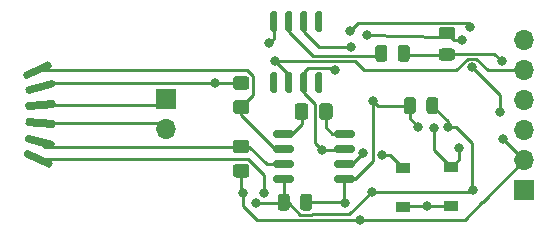
<source format=gbr>
G04 #@! TF.GenerationSoftware,KiCad,Pcbnew,(5.1.7)-1*
G04 #@! TF.CreationDate,2021-02-01T17:00:47-08:00*
G04 #@! TF.ProjectId,Conductivity_Sensor_v2,436f6e64-7563-4746-9976-6974795f5365,rev?*
G04 #@! TF.SameCoordinates,Original*
G04 #@! TF.FileFunction,Copper,L1,Top*
G04 #@! TF.FilePolarity,Positive*
%FSLAX46Y46*%
G04 Gerber Fmt 4.6, Leading zero omitted, Abs format (unit mm)*
G04 Created by KiCad (PCBNEW (5.1.7)-1) date 2021-02-01 17:00:47*
%MOMM*%
%LPD*%
G01*
G04 APERTURE LIST*
G04 #@! TA.AperFunction,ComponentPad*
%ADD10O,1.700000X1.700000*%
G04 #@! TD*
G04 #@! TA.AperFunction,ComponentPad*
%ADD11R,1.700000X1.700000*%
G04 #@! TD*
G04 #@! TA.AperFunction,SMDPad,CuDef*
%ADD12R,1.200000X0.900000*%
G04 #@! TD*
G04 #@! TA.AperFunction,ViaPad*
%ADD13C,0.800000*%
G04 #@! TD*
G04 #@! TA.AperFunction,Conductor*
%ADD14C,0.250000*%
G04 #@! TD*
G04 #@! TA.AperFunction,Conductor*
%ADD15C,0.254000*%
G04 #@! TD*
G04 APERTURE END LIST*
G04 #@! TA.AperFunction,SMDPad,CuDef*
G36*
G01*
X138499001Y-53917900D02*
X137598999Y-53917900D01*
G75*
G02*
X137349000Y-53667901I0J249999D01*
G01*
X137349000Y-53142899D01*
G75*
G02*
X137598999Y-52892900I249999J0D01*
G01*
X138499001Y-52892900D01*
G75*
G02*
X138749000Y-53142899I0J-249999D01*
G01*
X138749000Y-53667901D01*
G75*
G02*
X138499001Y-53917900I-249999J0D01*
G01*
G37*
G04 #@! TD.AperFunction*
G04 #@! TA.AperFunction,SMDPad,CuDef*
G36*
G01*
X138499001Y-55742900D02*
X137598999Y-55742900D01*
G75*
G02*
X137349000Y-55492901I0J249999D01*
G01*
X137349000Y-54967899D01*
G75*
G02*
X137598999Y-54717900I249999J0D01*
G01*
X138499001Y-54717900D01*
G75*
G02*
X138749000Y-54967899I0J-249999D01*
G01*
X138749000Y-55492901D01*
G75*
G02*
X138499001Y-55742900I-249999J0D01*
G01*
G37*
G04 #@! TD.AperFunction*
D10*
X144602200Y-54038500D03*
X144602200Y-56578500D03*
X144602200Y-59118500D03*
X144602200Y-61658500D03*
X144602200Y-64198500D03*
D11*
X144602200Y-66738500D03*
G04 #@! TA.AperFunction,SMDPad,CuDef*
G36*
G01*
X136304400Y-60025300D02*
X136304400Y-59075300D01*
G75*
G02*
X136554400Y-58825300I250000J0D01*
G01*
X137054400Y-58825300D01*
G75*
G02*
X137304400Y-59075300I0J-250000D01*
G01*
X137304400Y-60025300D01*
G75*
G02*
X137054400Y-60275300I-250000J0D01*
G01*
X136554400Y-60275300D01*
G75*
G02*
X136304400Y-60025300I0J250000D01*
G01*
G37*
G04 #@! TD.AperFunction*
G04 #@! TA.AperFunction,SMDPad,CuDef*
G36*
G01*
X134404400Y-60025300D02*
X134404400Y-59075300D01*
G75*
G02*
X134654400Y-58825300I250000J0D01*
G01*
X135154400Y-58825300D01*
G75*
G02*
X135404400Y-59075300I0J-250000D01*
G01*
X135404400Y-60025300D01*
G75*
G02*
X135154400Y-60275300I-250000J0D01*
G01*
X134654400Y-60275300D01*
G75*
G02*
X134404400Y-60025300I0J250000D01*
G01*
G37*
G04 #@! TD.AperFunction*
G04 #@! TA.AperFunction,SMDPad,CuDef*
G36*
G01*
X124721200Y-67254100D02*
X124721200Y-68204100D01*
G75*
G02*
X124471200Y-68454100I-250000J0D01*
G01*
X123971200Y-68454100D01*
G75*
G02*
X123721200Y-68204100I0J250000D01*
G01*
X123721200Y-67254100D01*
G75*
G02*
X123971200Y-67004100I250000J0D01*
G01*
X124471200Y-67004100D01*
G75*
G02*
X124721200Y-67254100I0J-250000D01*
G01*
G37*
G04 #@! TD.AperFunction*
G04 #@! TA.AperFunction,SMDPad,CuDef*
G36*
G01*
X126621200Y-67254100D02*
X126621200Y-68204100D01*
G75*
G02*
X126371200Y-68454100I-250000J0D01*
G01*
X125871200Y-68454100D01*
G75*
G02*
X125621200Y-68204100I0J250000D01*
G01*
X125621200Y-67254100D01*
G75*
G02*
X125871200Y-67004100I250000J0D01*
G01*
X126371200Y-67004100D01*
G75*
G02*
X126621200Y-67254100I0J-250000D01*
G01*
G37*
G04 #@! TD.AperFunction*
G04 #@! TA.AperFunction,SMDPad,CuDef*
G36*
G01*
X133886400Y-55605700D02*
X133886400Y-54655700D01*
G75*
G02*
X134136400Y-54405700I250000J0D01*
G01*
X134636400Y-54405700D01*
G75*
G02*
X134886400Y-54655700I0J-250000D01*
G01*
X134886400Y-55605700D01*
G75*
G02*
X134636400Y-55855700I-250000J0D01*
G01*
X134136400Y-55855700D01*
G75*
G02*
X133886400Y-55605700I0J250000D01*
G01*
G37*
G04 #@! TD.AperFunction*
G04 #@! TA.AperFunction,SMDPad,CuDef*
G36*
G01*
X131986400Y-55605700D02*
X131986400Y-54655700D01*
G75*
G02*
X132236400Y-54405700I250000J0D01*
G01*
X132736400Y-54405700D01*
G75*
G02*
X132986400Y-54655700I0J-250000D01*
G01*
X132986400Y-55605700D01*
G75*
G02*
X132736400Y-55855700I-250000J0D01*
G01*
X132236400Y-55855700D01*
G75*
G02*
X131986400Y-55605700I0J250000D01*
G01*
G37*
G04 #@! TD.AperFunction*
G04 #@! TA.AperFunction,SMDPad,CuDef*
G36*
G01*
X104314453Y-64828887D02*
X102300184Y-63889618D01*
G75*
G02*
X102223399Y-63678651I67091J143876D01*
G01*
X102357580Y-63390898D01*
G75*
G02*
X102568547Y-63314113I143876J-67091D01*
G01*
X104582816Y-64253382D01*
G75*
G02*
X104659601Y-64464349I-67091J-143876D01*
G01*
X104525420Y-64752102D01*
G75*
G02*
X104314453Y-64828887I-143876J67091D01*
G01*
G37*
G04 #@! TD.AperFunction*
G04 #@! TA.AperFunction,SMDPad,CuDef*
G36*
G01*
X104559710Y-63205294D02*
X102412939Y-62630069D01*
G75*
G02*
X102300686Y-62435640I41088J153341D01*
G01*
X102382861Y-62128959D01*
G75*
G02*
X102577290Y-62016706I153341J-41088D01*
G01*
X104724061Y-62591931D01*
G75*
G02*
X104836314Y-62786360I-41088J-153341D01*
G01*
X104754139Y-63093041D01*
G75*
G02*
X104559710Y-63205294I-153341J41088D01*
G01*
G37*
G04 #@! TD.AperFunction*
G04 #@! TA.AperFunction,SMDPad,CuDef*
G36*
G01*
X104787561Y-57994569D02*
X102640790Y-58569794D01*
G75*
G02*
X102446361Y-58457541I-41088J153341D01*
G01*
X102364186Y-58150860D01*
G75*
G02*
X102476439Y-57956431I153341J41088D01*
G01*
X104623210Y-57381206D01*
G75*
G02*
X104817639Y-57493459I41088J-153341D01*
G01*
X104899814Y-57800140D01*
G75*
G02*
X104787561Y-57994569I-153341J-41088D01*
G01*
G37*
G04 #@! TD.AperFunction*
G04 #@! TA.AperFunction,SMDPad,CuDef*
G36*
G01*
X104519316Y-56396618D02*
X102505047Y-57335887D01*
G75*
G02*
X102294080Y-57259102I-67091J143876D01*
G01*
X102159899Y-56971349D01*
G75*
G02*
X102236684Y-56760382I143876J67091D01*
G01*
X104250953Y-55821113D01*
G75*
G02*
X104461920Y-55897898I67091J-143876D01*
G01*
X104596101Y-56185651D01*
G75*
G02*
X104519316Y-56396618I-143876J-67091D01*
G01*
G37*
G04 #@! TD.AperFunction*
G04 #@! TA.AperFunction,SMDPad,CuDef*
G36*
G01*
X104766693Y-59718940D02*
X102552651Y-59912644D01*
G75*
G02*
X102380669Y-59768334I-13836J158146D01*
G01*
X102352997Y-59452042D01*
G75*
G02*
X102497307Y-59280060I158146J13836D01*
G01*
X104711349Y-59086356D01*
G75*
G02*
X104883331Y-59230666I13836J-158146D01*
G01*
X104911003Y-59546958D01*
G75*
G02*
X104766693Y-59718940I-158146J-13836D01*
G01*
G37*
G04 #@! TD.AperFunction*
G04 #@! TA.AperFunction,SMDPad,CuDef*
G36*
G01*
X104711349Y-61436644D02*
X102497307Y-61242940D01*
G75*
G02*
X102352997Y-61070958I13836J158146D01*
G01*
X102380669Y-60754666D01*
G75*
G02*
X102552651Y-60610356I158146J-13836D01*
G01*
X104766693Y-60804060D01*
G75*
G02*
X104911003Y-60976042I-13836J-158146D01*
G01*
X104883331Y-61292334D01*
G75*
G02*
X104711349Y-61436644I-158146J13836D01*
G01*
G37*
G04 #@! TD.AperFunction*
D10*
X114300000Y-61531500D03*
D11*
X114300000Y-58991500D03*
D12*
X134289800Y-64809100D03*
X134289800Y-68109100D03*
X138430000Y-64757300D03*
X138430000Y-68057300D03*
G04 #@! TA.AperFunction,SMDPad,CuDef*
G36*
G01*
X120174599Y-59111300D02*
X121074601Y-59111300D01*
G75*
G02*
X121324600Y-59361299I0J-249999D01*
G01*
X121324600Y-60011301D01*
G75*
G02*
X121074601Y-60261300I-249999J0D01*
G01*
X120174599Y-60261300D01*
G75*
G02*
X119924600Y-60011301I0J249999D01*
G01*
X119924600Y-59361299D01*
G75*
G02*
X120174599Y-59111300I249999J0D01*
G01*
G37*
G04 #@! TD.AperFunction*
G04 #@! TA.AperFunction,SMDPad,CuDef*
G36*
G01*
X120174150Y-57061300D02*
X121075050Y-57061300D01*
G75*
G02*
X121324600Y-57310850I0J-249550D01*
G01*
X121324600Y-57961750D01*
G75*
G02*
X121075050Y-58211300I-249550J0D01*
G01*
X120174150Y-58211300D01*
G75*
G02*
X119924600Y-57961750I0J249550D01*
G01*
X119924600Y-57310850D01*
G75*
G02*
X120174150Y-57061300I249550J0D01*
G01*
G37*
G04 #@! TD.AperFunction*
G04 #@! TA.AperFunction,SMDPad,CuDef*
G36*
G01*
X120174599Y-62446100D02*
X121074601Y-62446100D01*
G75*
G02*
X121324600Y-62696099I0J-249999D01*
G01*
X121324600Y-63346101D01*
G75*
G02*
X121074601Y-63596100I-249999J0D01*
G01*
X120174599Y-63596100D01*
G75*
G02*
X119924600Y-63346101I0J249999D01*
G01*
X119924600Y-62696099D01*
G75*
G02*
X120174599Y-62446100I249999J0D01*
G01*
G37*
G04 #@! TD.AperFunction*
G04 #@! TA.AperFunction,SMDPad,CuDef*
G36*
G01*
X120174599Y-64496100D02*
X121074601Y-64496100D01*
G75*
G02*
X121324600Y-64746099I0J-249999D01*
G01*
X121324600Y-65396101D01*
G75*
G02*
X121074601Y-65646100I-249999J0D01*
G01*
X120174599Y-65646100D01*
G75*
G02*
X119924600Y-65396101I0J249999D01*
G01*
X119924600Y-64746099D01*
G75*
G02*
X120174599Y-64496100I249999J0D01*
G01*
G37*
G04 #@! TD.AperFunction*
G04 #@! TA.AperFunction,SMDPad,CuDef*
G36*
G01*
X125162400Y-60508301D02*
X125162400Y-59608299D01*
G75*
G02*
X125412399Y-59358300I249999J0D01*
G01*
X126062401Y-59358300D01*
G75*
G02*
X126312400Y-59608299I0J-249999D01*
G01*
X126312400Y-60508301D01*
G75*
G02*
X126062401Y-60758300I-249999J0D01*
G01*
X125412399Y-60758300D01*
G75*
G02*
X125162400Y-60508301I0J249999D01*
G01*
G37*
G04 #@! TD.AperFunction*
G04 #@! TA.AperFunction,SMDPad,CuDef*
G36*
G01*
X127212400Y-60508301D02*
X127212400Y-59608299D01*
G75*
G02*
X127462399Y-59358300I249999J0D01*
G01*
X128112401Y-59358300D01*
G75*
G02*
X128362400Y-59608299I0J-249999D01*
G01*
X128362400Y-60508301D01*
G75*
G02*
X128112401Y-60758300I-249999J0D01*
G01*
X127462399Y-60758300D01*
G75*
G02*
X127212400Y-60508301I0J249999D01*
G01*
G37*
G04 #@! TD.AperFunction*
G04 #@! TA.AperFunction,SMDPad,CuDef*
G36*
G01*
X127053200Y-56703700D02*
X127353200Y-56703700D01*
G75*
G02*
X127503200Y-56853700I0J-150000D01*
G01*
X127503200Y-58303700D01*
G75*
G02*
X127353200Y-58453700I-150000J0D01*
G01*
X127053200Y-58453700D01*
G75*
G02*
X126903200Y-58303700I0J150000D01*
G01*
X126903200Y-56853700D01*
G75*
G02*
X127053200Y-56703700I150000J0D01*
G01*
G37*
G04 #@! TD.AperFunction*
G04 #@! TA.AperFunction,SMDPad,CuDef*
G36*
G01*
X125783200Y-56703700D02*
X126083200Y-56703700D01*
G75*
G02*
X126233200Y-56853700I0J-150000D01*
G01*
X126233200Y-58303700D01*
G75*
G02*
X126083200Y-58453700I-150000J0D01*
G01*
X125783200Y-58453700D01*
G75*
G02*
X125633200Y-58303700I0J150000D01*
G01*
X125633200Y-56853700D01*
G75*
G02*
X125783200Y-56703700I150000J0D01*
G01*
G37*
G04 #@! TD.AperFunction*
G04 #@! TA.AperFunction,SMDPad,CuDef*
G36*
G01*
X124513200Y-56703700D02*
X124813200Y-56703700D01*
G75*
G02*
X124963200Y-56853700I0J-150000D01*
G01*
X124963200Y-58303700D01*
G75*
G02*
X124813200Y-58453700I-150000J0D01*
G01*
X124513200Y-58453700D01*
G75*
G02*
X124363200Y-58303700I0J150000D01*
G01*
X124363200Y-56853700D01*
G75*
G02*
X124513200Y-56703700I150000J0D01*
G01*
G37*
G04 #@! TD.AperFunction*
G04 #@! TA.AperFunction,SMDPad,CuDef*
G36*
G01*
X123243200Y-56703700D02*
X123543200Y-56703700D01*
G75*
G02*
X123693200Y-56853700I0J-150000D01*
G01*
X123693200Y-58303700D01*
G75*
G02*
X123543200Y-58453700I-150000J0D01*
G01*
X123243200Y-58453700D01*
G75*
G02*
X123093200Y-58303700I0J150000D01*
G01*
X123093200Y-56853700D01*
G75*
G02*
X123243200Y-56703700I150000J0D01*
G01*
G37*
G04 #@! TD.AperFunction*
G04 #@! TA.AperFunction,SMDPad,CuDef*
G36*
G01*
X123243200Y-51553700D02*
X123543200Y-51553700D01*
G75*
G02*
X123693200Y-51703700I0J-150000D01*
G01*
X123693200Y-53153700D01*
G75*
G02*
X123543200Y-53303700I-150000J0D01*
G01*
X123243200Y-53303700D01*
G75*
G02*
X123093200Y-53153700I0J150000D01*
G01*
X123093200Y-51703700D01*
G75*
G02*
X123243200Y-51553700I150000J0D01*
G01*
G37*
G04 #@! TD.AperFunction*
G04 #@! TA.AperFunction,SMDPad,CuDef*
G36*
G01*
X124513200Y-51553700D02*
X124813200Y-51553700D01*
G75*
G02*
X124963200Y-51703700I0J-150000D01*
G01*
X124963200Y-53153700D01*
G75*
G02*
X124813200Y-53303700I-150000J0D01*
G01*
X124513200Y-53303700D01*
G75*
G02*
X124363200Y-53153700I0J150000D01*
G01*
X124363200Y-51703700D01*
G75*
G02*
X124513200Y-51553700I150000J0D01*
G01*
G37*
G04 #@! TD.AperFunction*
G04 #@! TA.AperFunction,SMDPad,CuDef*
G36*
G01*
X125783200Y-51553700D02*
X126083200Y-51553700D01*
G75*
G02*
X126233200Y-51703700I0J-150000D01*
G01*
X126233200Y-53153700D01*
G75*
G02*
X126083200Y-53303700I-150000J0D01*
G01*
X125783200Y-53303700D01*
G75*
G02*
X125633200Y-53153700I0J150000D01*
G01*
X125633200Y-51703700D01*
G75*
G02*
X125783200Y-51553700I150000J0D01*
G01*
G37*
G04 #@! TD.AperFunction*
G04 #@! TA.AperFunction,SMDPad,CuDef*
G36*
G01*
X127053200Y-51553700D02*
X127353200Y-51553700D01*
G75*
G02*
X127503200Y-51703700I0J-150000D01*
G01*
X127503200Y-53153700D01*
G75*
G02*
X127353200Y-53303700I-150000J0D01*
G01*
X127053200Y-53303700D01*
G75*
G02*
X126903200Y-53153700I0J150000D01*
G01*
X126903200Y-51703700D01*
G75*
G02*
X127053200Y-51553700I150000J0D01*
G01*
G37*
G04 #@! TD.AperFunction*
G04 #@! TA.AperFunction,SMDPad,CuDef*
G36*
G01*
X128496800Y-62113300D02*
X128496800Y-61813300D01*
G75*
G02*
X128646800Y-61663300I150000J0D01*
G01*
X130096800Y-61663300D01*
G75*
G02*
X130246800Y-61813300I0J-150000D01*
G01*
X130246800Y-62113300D01*
G75*
G02*
X130096800Y-62263300I-150000J0D01*
G01*
X128646800Y-62263300D01*
G75*
G02*
X128496800Y-62113300I0J150000D01*
G01*
G37*
G04 #@! TD.AperFunction*
G04 #@! TA.AperFunction,SMDPad,CuDef*
G36*
G01*
X128496800Y-63383300D02*
X128496800Y-63083300D01*
G75*
G02*
X128646800Y-62933300I150000J0D01*
G01*
X130096800Y-62933300D01*
G75*
G02*
X130246800Y-63083300I0J-150000D01*
G01*
X130246800Y-63383300D01*
G75*
G02*
X130096800Y-63533300I-150000J0D01*
G01*
X128646800Y-63533300D01*
G75*
G02*
X128496800Y-63383300I0J150000D01*
G01*
G37*
G04 #@! TD.AperFunction*
G04 #@! TA.AperFunction,SMDPad,CuDef*
G36*
G01*
X128496800Y-64653300D02*
X128496800Y-64353300D01*
G75*
G02*
X128646800Y-64203300I150000J0D01*
G01*
X130096800Y-64203300D01*
G75*
G02*
X130246800Y-64353300I0J-150000D01*
G01*
X130246800Y-64653300D01*
G75*
G02*
X130096800Y-64803300I-150000J0D01*
G01*
X128646800Y-64803300D01*
G75*
G02*
X128496800Y-64653300I0J150000D01*
G01*
G37*
G04 #@! TD.AperFunction*
G04 #@! TA.AperFunction,SMDPad,CuDef*
G36*
G01*
X128496800Y-65923300D02*
X128496800Y-65623300D01*
G75*
G02*
X128646800Y-65473300I150000J0D01*
G01*
X130096800Y-65473300D01*
G75*
G02*
X130246800Y-65623300I0J-150000D01*
G01*
X130246800Y-65923300D01*
G75*
G02*
X130096800Y-66073300I-150000J0D01*
G01*
X128646800Y-66073300D01*
G75*
G02*
X128496800Y-65923300I0J150000D01*
G01*
G37*
G04 #@! TD.AperFunction*
G04 #@! TA.AperFunction,SMDPad,CuDef*
G36*
G01*
X123346800Y-65923300D02*
X123346800Y-65623300D01*
G75*
G02*
X123496800Y-65473300I150000J0D01*
G01*
X124946800Y-65473300D01*
G75*
G02*
X125096800Y-65623300I0J-150000D01*
G01*
X125096800Y-65923300D01*
G75*
G02*
X124946800Y-66073300I-150000J0D01*
G01*
X123496800Y-66073300D01*
G75*
G02*
X123346800Y-65923300I0J150000D01*
G01*
G37*
G04 #@! TD.AperFunction*
G04 #@! TA.AperFunction,SMDPad,CuDef*
G36*
G01*
X123346800Y-64653300D02*
X123346800Y-64353300D01*
G75*
G02*
X123496800Y-64203300I150000J0D01*
G01*
X124946800Y-64203300D01*
G75*
G02*
X125096800Y-64353300I0J-150000D01*
G01*
X125096800Y-64653300D01*
G75*
G02*
X124946800Y-64803300I-150000J0D01*
G01*
X123496800Y-64803300D01*
G75*
G02*
X123346800Y-64653300I0J150000D01*
G01*
G37*
G04 #@! TD.AperFunction*
G04 #@! TA.AperFunction,SMDPad,CuDef*
G36*
G01*
X123346800Y-63383300D02*
X123346800Y-63083300D01*
G75*
G02*
X123496800Y-62933300I150000J0D01*
G01*
X124946800Y-62933300D01*
G75*
G02*
X125096800Y-63083300I0J-150000D01*
G01*
X125096800Y-63383300D01*
G75*
G02*
X124946800Y-63533300I-150000J0D01*
G01*
X123496800Y-63533300D01*
G75*
G02*
X123346800Y-63383300I0J150000D01*
G01*
G37*
G04 #@! TD.AperFunction*
G04 #@! TA.AperFunction,SMDPad,CuDef*
G36*
G01*
X123346800Y-62113300D02*
X123346800Y-61813300D01*
G75*
G02*
X123496800Y-61663300I150000J0D01*
G01*
X124946800Y-61663300D01*
G75*
G02*
X125096800Y-61813300I0J-150000D01*
G01*
X125096800Y-62113300D01*
G75*
G02*
X124946800Y-62263300I-150000J0D01*
G01*
X123496800Y-62263300D01*
G75*
G02*
X123346800Y-62113300I0J150000D01*
G01*
G37*
G04 #@! TD.AperFunction*
D13*
X128574510Y-56541510D03*
X127431800Y-63284100D03*
X142519400Y-60109100D03*
X140182600Y-56324500D03*
X129844800Y-53225700D03*
X140030200Y-52870100D03*
X129421253Y-67842290D03*
X120763751Y-66919437D03*
X130708400Y-69225000D03*
X131800600Y-59169300D03*
X139293600Y-53987700D03*
X131318000Y-53581300D03*
X135636000Y-61328300D03*
X142798800Y-62369700D03*
X136982200Y-61429900D03*
X139065000Y-63106300D03*
X132525610Y-63766700D03*
X136372600Y-68059300D03*
X129895600Y-54597300D03*
X130962400Y-63538100D03*
X123012200Y-54292500D03*
X140284200Y-66713100D03*
X131699000Y-66840100D03*
X121869200Y-67779900D03*
X138125200Y-61353700D03*
X122594210Y-66955946D03*
X142671800Y-55765700D03*
X118398400Y-57636300D03*
X123506390Y-55816500D03*
D14*
X128411690Y-56378690D02*
X128574510Y-56541510D01*
X125933200Y-57578700D02*
X125933200Y-56703700D01*
X125933200Y-56703700D02*
X126258210Y-56378690D01*
X126258210Y-56378690D02*
X128411690Y-56378690D01*
X129321000Y-63284100D02*
X129371800Y-63233300D01*
X127431800Y-63284100D02*
X129321000Y-63284100D01*
X142519400Y-58661300D02*
X140182600Y-56324500D01*
X142519400Y-60109100D02*
X142519400Y-58661300D01*
X125933200Y-58453700D02*
X125933200Y-57578700D01*
X126887390Y-59407890D02*
X125933200Y-58453700D01*
X126887390Y-62739690D02*
X126887390Y-59407890D01*
X127431800Y-63284100D02*
X126887390Y-62739690D01*
X139727990Y-52567890D02*
X140030200Y-52870100D01*
X130502610Y-52567890D02*
X139727990Y-52567890D01*
X129844800Y-53225700D02*
X130502610Y-52567890D01*
X129371800Y-67792837D02*
X129421253Y-67842290D01*
X129371800Y-65773300D02*
X129371800Y-67792837D01*
X129308063Y-67729100D02*
X129421253Y-67842290D01*
X126121200Y-67729100D02*
X129308063Y-67729100D01*
X120624600Y-65071100D02*
X120624600Y-66780286D01*
X120624600Y-66780286D02*
X120763751Y-66919437D01*
X120763751Y-66919437D02*
X120763751Y-68046051D01*
X126799901Y-69225000D02*
X130708400Y-69225000D01*
X126795780Y-69229121D02*
X126799901Y-69225000D01*
X121946821Y-69229121D02*
X126795780Y-69229121D01*
X120763751Y-68046051D02*
X121946821Y-69229121D01*
X131800600Y-64219500D02*
X131800600Y-59169300D01*
X130246800Y-65773300D02*
X131800600Y-64219500D01*
X129371800Y-65773300D02*
X130246800Y-65773300D01*
X138049000Y-53405400D02*
X138076300Y-53405400D01*
X138658600Y-53987700D02*
X139293600Y-53987700D01*
X138076300Y-53405400D02*
X138658600Y-53987700D01*
X137669900Y-53784500D02*
X138049000Y-53405400D01*
X131318000Y-53581300D02*
X137669900Y-53784500D01*
X132181600Y-59550300D02*
X131800600Y-59169300D01*
X134904400Y-59550300D02*
X132181600Y-59550300D01*
X134904400Y-60596700D02*
X135636000Y-61328300D01*
X134904400Y-59550300D02*
X134904400Y-60596700D01*
X130708400Y-69225000D02*
X139550300Y-69225000D01*
X139550300Y-69225000D02*
X141046200Y-67729100D01*
X144602200Y-64528700D02*
X144602200Y-64198500D01*
X141071600Y-67729100D02*
X144602200Y-64198500D01*
X141046200Y-67729100D02*
X141071600Y-67729100D01*
X142798800Y-62395100D02*
X142798800Y-62369700D01*
X144602200Y-64198500D02*
X142798800Y-62395100D01*
X138658600Y-64528700D02*
X138430000Y-64757300D01*
X136982200Y-61429900D02*
X136982200Y-63309500D01*
X136982200Y-63309500D02*
X138430000Y-64757300D01*
X139065000Y-64122300D02*
X138430000Y-64757300D01*
X139065000Y-63106300D02*
X139065000Y-64122300D01*
X133247400Y-63766700D02*
X132525610Y-63766700D01*
X134289800Y-64809100D02*
X133247400Y-63766700D01*
X134339600Y-68059300D02*
X134289800Y-68109100D01*
X136372600Y-68059300D02*
X134339600Y-68059300D01*
X136374600Y-68057300D02*
X136372600Y-68059300D01*
X138430000Y-68057300D02*
X136374600Y-68057300D01*
D15*
X113792000Y-59499500D02*
X114300000Y-58991500D01*
X103632000Y-59499500D02*
X113792000Y-59499500D01*
X113792000Y-61023500D02*
X114300000Y-61531500D01*
X103632000Y-61023500D02*
X113792000Y-61023500D01*
D14*
X124221800Y-61963300D02*
X124917200Y-61963300D01*
X125737400Y-61143100D02*
X125737400Y-60058300D01*
X124917200Y-61963300D02*
X125737400Y-61143100D01*
X127787400Y-60058300D02*
X127787400Y-61404500D01*
X128346200Y-61963300D02*
X129371800Y-61963300D01*
X127787400Y-61404500D02*
X128346200Y-61963300D01*
X127226800Y-54597300D02*
X129895600Y-54597300D01*
X125933200Y-53303700D02*
X127226800Y-54597300D01*
X125933200Y-52428700D02*
X125933200Y-53303700D01*
X129997200Y-64503300D02*
X129371800Y-64503300D01*
X130962400Y-63538100D02*
X129997200Y-64503300D01*
X124221800Y-67728500D02*
X124221200Y-67729100D01*
X124221800Y-65773300D02*
X124221800Y-67728500D01*
X123393200Y-53911500D02*
X123012200Y-54292500D01*
X123393200Y-52428700D02*
X123393200Y-53911500D01*
X140157200Y-66840100D02*
X140284200Y-66713100D01*
X131699000Y-66840100D02*
X140157200Y-66840100D01*
X124170400Y-67779900D02*
X124221200Y-67729100D01*
X121869200Y-67779900D02*
X124170400Y-67779900D01*
X121869200Y-67779900D02*
X124633810Y-67779900D01*
X129764111Y-68774989D02*
X131699000Y-66840100D01*
X124633810Y-67779900D02*
X125633020Y-68779110D01*
X125633020Y-68779110D02*
X126609380Y-68779110D01*
X126609380Y-68779110D02*
X126613501Y-68774989D01*
X126613501Y-68774989D02*
X129764111Y-68774989D01*
X138125200Y-60871100D02*
X136804400Y-59550300D01*
X138125200Y-61353700D02*
X138125200Y-60871100D01*
X140425001Y-66853901D02*
X140284200Y-66713100D01*
X144602200Y-66738500D02*
X144486799Y-66853901D01*
X138125200Y-61353700D02*
X138811000Y-61353700D01*
X138811000Y-61353700D02*
X140208000Y-62750700D01*
X140208000Y-66636900D02*
X140284200Y-66713100D01*
X140208000Y-62750700D02*
X140208000Y-66636900D01*
X121155250Y-56578500D02*
X103378000Y-56578500D01*
X121649610Y-57072860D02*
X121155250Y-56578500D01*
X121649610Y-58661290D02*
X121649610Y-57072860D01*
X120624600Y-59686300D02*
X121649610Y-58661290D01*
X124221800Y-63233300D02*
X123469400Y-63233300D01*
X120624600Y-60388500D02*
X120624600Y-59686300D01*
X123469400Y-63233300D02*
X120624600Y-60388500D01*
X120585688Y-63060012D02*
X120624600Y-63021100D01*
X104017512Y-63060012D02*
X120585688Y-63060012D01*
X103568500Y-62611000D02*
X104017512Y-63060012D01*
X122806800Y-64503300D02*
X124221800Y-64503300D01*
X120624600Y-63021100D02*
X121324600Y-63021100D01*
X121324600Y-63021100D02*
X122806800Y-64503300D01*
X103441500Y-64071500D02*
X103708200Y-64071500D01*
X103708200Y-64071500D02*
X104038400Y-64401700D01*
X103441500Y-64071500D02*
X121213190Y-64071500D01*
X121213190Y-64071500D02*
X122594210Y-65452520D01*
X122594210Y-65452520D02*
X122594210Y-66955946D01*
X132294798Y-55322302D02*
X126681802Y-55322302D01*
X126681802Y-55322302D02*
X124663200Y-53303700D01*
X132486400Y-55130700D02*
X132294798Y-55322302D01*
X124663200Y-53303700D02*
X124663200Y-52428700D01*
X134486100Y-55230400D02*
X134386400Y-55130700D01*
X138049000Y-55230400D02*
X134486100Y-55230400D01*
X138129913Y-55149487D02*
X142055587Y-55149487D01*
X138049000Y-55230400D02*
X138129913Y-55149487D01*
X142055587Y-55149487D02*
X142671800Y-55765700D01*
X103632000Y-57975500D02*
X104190800Y-57975500D01*
X104190800Y-57975500D02*
X104530000Y-57636300D01*
X118398400Y-57636300D02*
X120624600Y-57636300D01*
X104530000Y-57636300D02*
X118398400Y-57636300D01*
X130251200Y-55816500D02*
X123506390Y-55816500D01*
X124663200Y-56973310D02*
X123506390Y-55816500D01*
X144602200Y-56578500D02*
X141509604Y-56578500D01*
X141509604Y-56578500D02*
X140530602Y-55599498D01*
X138855596Y-56578500D02*
X131013200Y-56578500D01*
X140530602Y-55599498D02*
X139834598Y-55599498D01*
X124663200Y-57578700D02*
X124663200Y-56973310D01*
X139834598Y-55599498D02*
X138855596Y-56578500D01*
X131013200Y-56578500D02*
X130251200Y-55816500D01*
M02*

</source>
